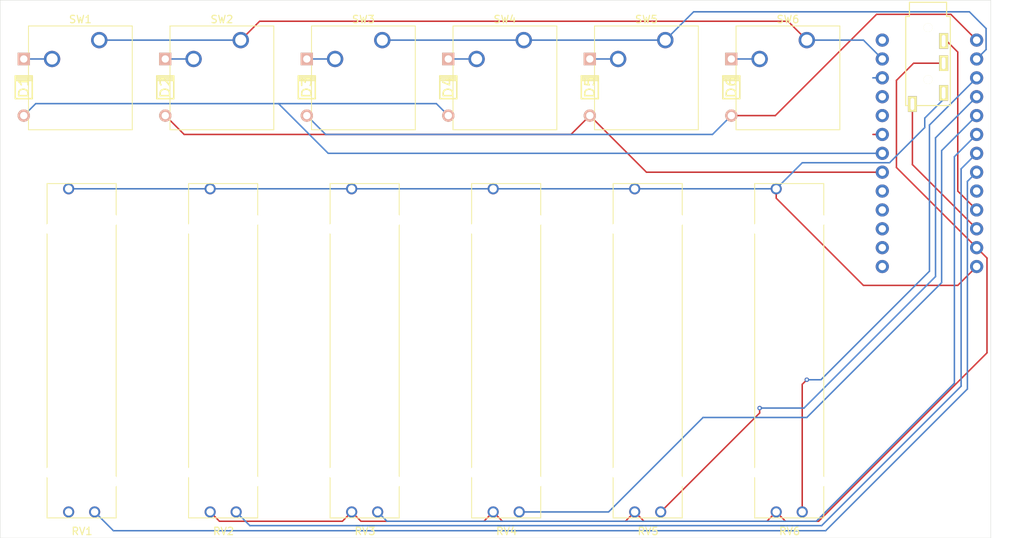
<source format=kicad_pcb>
(kicad_pcb (version 20221018) (generator pcbnew)
  (layers (0 "F.Cu" signal) (31 "B.Cu" signal) (34 "B.Paste" user) (35 "F.Paste" user) (36 "B.SilkS" user "B.Silkscreen") (37 "F.SilkS" user "F.Silkscreen") (38 "B.Mask" user) (39 "F.Mask" user) (44 "Edge.Cuts" user))
  (net 0 "")
  (net 1 "GND")
  (net 2 "potA")
  (net 3 "VCC")
  (net 4 "potB")
  (net 5 "potC")
  (net 6 "potD")
  (net 7 "potE")
  (net 8 "potF")
  (net 9 "r2")
  (net 10 "Net-(D1-A)")
  (net 11 "r3")
  (net 12 "Net-(D2-A)")
  (net 13 "r4")
  (net 14 "Net-(D3-A)")
  (net 15 "Net-(D4-A)")
  (net 16 "Net-(D5-A)")
  (net 17 "Net-(D6-A)")
  (net 18 "r0")
  (net 19 "r1")
  (net 20 "SCL")
  (net 21 "SDA")
  (net 22 "c4")
  (net 23 "c1")
  (net 24 "c0")
  (net 25 "c2")
  (net 26 "c3")
  (footprint "Library:potentiometer_slider_45mm" (layer "F.Cu") (at 110.625 124.3 90)
    (fp_text reference "RV2" (at -1.8 -6.9) (layer "F.SilkS"))
    (fp_text value "R_POT")
    (fp_line (start 0 -11.6) (end 45 -11.6) (stroke (width 0.12)) (layer "F.SilkS"))
    (fp_line (start 0 -2.3) (end 0 -11.6) (stroke (width 0.12)) (layer "F.SilkS"))
    (fp_line (start 45 -11.6) (end 45 -2.3) (stroke (width 0.12)) (layer "F.SilkS"))
    (fp_line (start 45 -2.3) (end 0 -2.3) (stroke (width 0.12)) (layer "F.SilkS"))
    (pad "" np_thru_hole circle (at 4.9 -2.7 90) (size 1.5 1.5) (drill 1.5) (layers "*.Cu" "*.Mask"))
    (pad "" np_thru_hole circle (at 6.1 -11.2 90) (size 1.5 1.5) (drill 1.5) (layers "*.Cu" "*.Mask"))
    (pad "" np_thru_hole circle (at 38.9 -11.2 90) (size 1.5 1.5) (drill 1.5) (layers "*.Cu" "*.Mask"))
    (pad "" np_thru_hole circle (at 40.1 -2.7 90) (size 1.5 1.5) (drill 1.5) (layers "*.Cu" "*.Mask"))
    (pad "1" thru_hole circle (at 0.8 -8.7 90) (size 1.5 1.5) (drill 1) (layers "*.Cu" "*.Mask") (net 1 "GND"))
    (pad "2" thru_hole circle (at 0.8 -5.2 90) (size 1.5 1.5) (drill 1) (layers "*.Cu" "*.Mask") (net 4 "potB"))
    (pad "3" thru_hole circle (at 44.3 -8.7 90) (size 1.5 1.5) (drill 1) (layers "*.Cu" "*.Mask") (net 3 "VCC"))
  )
  (footprint "Button_Switch_Keyboard:SW_Cherry_MX_1.00u_PCB" (layer "F.Cu") (at 106.045 59.985)
    (fp_text reference "SW2" (at -2.54 -2.794) (layer "F.SilkS"))
    (fp_text value "KEYSW")
    (fp_line (start -9.525 -1.905) (end 4.445 -1.905) (stroke (width 0.12)) (layer "F.SilkS"))
    (fp_line (start -9.525 12.065) (end -9.525 -1.905) (stroke (width 0.12)) (layer "F.SilkS"))
    (fp_line (start 4.445 -1.905) (end 4.445 12.065) (stroke (width 0.12)) (layer "F.SilkS"))
    (fp_line (start 4.445 12.065) (end -9.525 12.065) (stroke (width 0.12)) (layer "F.SilkS"))
    (pad "" np_thru_hole circle (at -7.62 5.08) (size 1.7 1.7) (drill 1.7) (layers "*.Cu" "*.Mask"))
    (pad "" np_thru_hole circle (at -2.54 5.08) (size 4 4) (drill 4) (layers "*.Cu" "*.Mask"))
    (pad "" np_thru_hole circle (at 2.54 5.08) (size 1.7 1.7) (drill 1.7) (layers "*.Cu" "*.Mask"))
    (pad "1" thru_hole circle (at 0 0) (size 2.2 2.2) (drill 1.5) (layers "*.Cu" "*.Mask") (net 23 "c1"))
    (pad "2" thru_hole circle (at -6.35 2.54) (size 2.2 2.2) (drill 1.5) (layers "*.Cu" "*.Mask") (net 12 "Net-(D2-A)"))
  )
  (footprint "Button_Switch_Keyboard:SW_Cherry_MX_1.00u_PCB" (layer "F.Cu") (at 86.995 59.985)
    (fp_text reference "SW1" (at -2.54 -2.794) (layer "F.SilkS"))
    (fp_text value "KEYSW")
    (fp_line (start -9.525 -1.905) (end 4.445 -1.905) (stroke (width 0.12)) (layer "F.SilkS"))
    (fp_line (start -9.525 12.065) (end -9.525 -1.905) (stroke (width 0.12)) (layer "F.SilkS"))
    (fp_line (start 4.445 -1.905) (end 4.445 12.065) (stroke (width 0.12)) (layer "F.SilkS"))
    (fp_line (start 4.445 12.065) (end -9.525 12.065) (stroke (width 0.12)) (layer "F.SilkS"))
    (pad "" np_thru_hole circle (at -7.62 5.08) (size 1.7 1.7) (drill 1.7) (layers "*.Cu" "*.Mask"))
    (pad "" np_thru_hole circle (at -2.54 5.08) (size 4 4) (drill 4) (layers "*.Cu" "*.Mask"))
    (pad "" np_thru_hole circle (at 2.54 5.08) (size 1.7 1.7) (drill 1.7) (layers "*.Cu" "*.Mask"))
    (pad "1" thru_hole circle (at 0 0) (size 2.2 2.2) (drill 1.5) (layers "*.Cu" "*.Mask") (net 23 "c1"))
    (pad "2" thru_hole circle (at -6.35 2.54) (size 2.2 2.2) (drill 1.5) (layers "*.Cu" "*.Mask") (net 10 "Net-(D1-A)"))
  )
  (footprint "1X08_ROUND_70" (layer "F.Cu") (at 192.405 68.875 -90)
    (fp_text reference "JP6" hide)
    (fp_text value "")
    (pad "1" thru_hole circle (at -8.89 0) (size 1.778 1.778) (drill 1) (layers "*.Cu" "*.Mask") (net 24 "c0"))
    (pad "2" thru_hole circle (at -6.35 0) (size 1.778 1.778) (drill 1) (layers "*.Cu" "*.Mask") (net 23 "c1"))
    (pad "3" thru_hole circle (at -3.81 0) (size 1.778 1.778) (drill 1) (layers "*.Cu" "*.Mask") (net 25 "c2"))
    (pad "4" thru_hole circle (at -1.27 0) (size 1.778 1.778) (drill 1) (layers "*.Cu" "*.Mask") (net 26 "c3"))
    (pad "5" thru_hole circle (at 1.27 0) (size 1.778 1.778) (drill 1) (layers "*.Cu" "*.Mask") (net 18 "r0"))
    (pad "6" thru_hole circle (at 3.81 0) (size 1.778 1.778) (drill 1) (layers "*.Cu" "*.Mask") (net 19 "r1"))
    (pad "7" thru_hole circle (at 6.35 0) (size 1.778 1.778) (drill 1) (layers "*.Cu" "*.Mask") (net 9 "r2"))
    (pad "8" thru_hole circle (at 8.89 0) (size 1.778 1.778) (drill 1) (layers "*.Cu" "*.Mask") (net 11 "r3"))
  )
  (footprint "Library:Diode" (layer "F.Cu") (at 133.985 66.335 90)
    (fp_text reference "D4" (at 0 0 90) (layer "F.SilkS") (effects (font (size 1.27 1.524) (thickness 0.2032))))
    (fp_text value "D_Small" hide)
    (fp_line (start -1.524 -1.143) (end 1.524 -1.143) (stroke (width 0.2032)) (layer "F.SilkS"))
    (fp_line (start -1.524 1.143) (end -1.524 -1.143) (stroke (width 0.2032)) (layer "F.SilkS"))
    (fp_line (start 0.9 1.1) (end 0.9 -1.1) (stroke (width 0.15)) (layer "F.SilkS"))
    (fp_line (start 1.1 -1.1) (end 1.1 1.1) (stroke (width 0.15)) (layer "F.SilkS"))
    (fp_line (start 1.3 -1.1) (end 1.3 -1) (stroke (width 0.15)) (layer "F.SilkS"))
    (fp_line (start 1.3 -1) (end 1.3 -1.1) (stroke (width 0.15)) (layer "F.SilkS"))
    (fp_line (start 1.3 1.1) (end 1.3 -1) (stroke (width 0.15)) (layer "F.SilkS"))
    (fp_line (start 1.524 -1.143) (end 1.524 1.143) (stroke (width 0.2032)) (layer "F.SilkS"))
    (fp_line (start 1.524 1.143) (end -1.524 1.143) (stroke (width 0.2032)) (layer "F.SilkS"))
    (pad "1" thru_hole circle (at -3.81 0 90) (size 1.651 1.651) (drill 0.9906) (layers "*.Cu" "*.SilkS" "*.Mask") (net 9 "r2"))
    (pad "2" thru_hole rect (at 3.81 0 90) (size 1.651 1.651) (drill 0.9906) (layers "*.Cu" "*.SilkS" "*.Mask") (net 15 "Net-(D4-A)"))
  )
  (footprint "Button_Switch_Keyboard:SW_Cherry_MX_1.00u_PCB" (layer "F.Cu") (at 163.195 59.985)
    (fp_text reference "SW5" (at -2.54 -2.794) (layer "F.SilkS"))
    (fp_text value "KEYSW")
    (fp_line (start -9.525 -1.905) (end 4.445 -1.905) (stroke (width 0.12)) (layer "F.SilkS"))
    (fp_line (start -9.525 12.065) (end -9.525 -1.905) (stroke (width 0.12)) (layer "F.SilkS"))
    (fp_line (start 4.445 -1.905) (end 4.445 12.065) (stroke (width 0.12)) (layer "F.SilkS"))
    (fp_line (start 4.445 12.065) (end -9.525 12.065) (stroke (width 0.12)) (layer "F.SilkS"))
    (pad "" np_thru_hole circle (at -7.62 5.08) (size 1.7 1.7) (drill 1.7) (layers "*.Cu" "*.Mask"))
    (pad "" np_thru_hole circle (at -2.54 5.08) (size 4 4) (drill 4) (layers "*.Cu" "*.Mask"))
    (pad "" np_thru_hole circle (at 2.54 5.08) (size 1.7 1.7) (drill 1.7) (layers "*.Cu" "*.Mask"))
    (pad "1" thru_hole circle (at 0 0) (size 2.2 2.2) (drill 1.5) (layers "*.Cu" "*.Mask") (net 22 "c4"))
    (pad "2" thru_hole circle (at -6.35 2.54) (size 2.2 2.2) (drill 1.5) (layers "*.Cu" "*.Mask") (net 16 "Net-(D5-A)"))
  )
  (footprint "Library:Diode" (layer "F.Cu") (at 95.885 66.335 90)
    (fp_text reference "D2" (at 0 0 90) (layer "F.SilkS") (effects (font (size 1.27 1.524) (thickness 0.2032))))
    (fp_text value "D_Small" hide)
    (fp_line (start -1.524 -1.143) (end 1.524 -1.143) (stroke (width 0.2032)) (layer "F.SilkS"))
    (fp_line (start -1.524 1.143) (end -1.524 -1.143) (stroke (width 0.2032)) (layer "F.SilkS"))
    (fp_line (start 0.9 1.1) (end 0.9 -1.1) (stroke (width 0.15)) (layer "F.SilkS"))
    (fp_line (start 1.1 -1.1) (end 1.1 1.1) (stroke (width 0.15)) (layer "F.SilkS"))
    (fp_line (start 1.3 -1.1) (end 1.3 -1) (stroke (width 0.15)) (layer "F.SilkS"))
    (fp_line (start 1.3 -1) (end 1.3 -1.1) (stroke (width 0.15)) (layer "F.SilkS"))
    (fp_line (start 1.3 1.1) (end 1.3 -1) (stroke (width 0.15)) (layer "F.SilkS"))
    (fp_line (start 1.524 -1.143) (end 1.524 1.143) (stroke (width 0.2032)) (layer "F.SilkS"))
    (fp_line (start 1.524 1.143) (end -1.524 1.143) (stroke (width 0.2032)) (layer "F.SilkS"))
    (pad "1" thru_hole circle (at -3.81 0 90) (size 1.651 1.651) (drill 0.9906) (layers "*.Cu" "*.SilkS" "*.Mask") (net 11 "r3"))
    (pad "2" thru_hole rect (at 3.81 0 90) (size 1.651 1.651) (drill 0.9906) (layers "*.Cu" "*.SilkS" "*.Mask") (net 12 "Net-(D2-A)"))
  )
  (footprint "Library:TRRS" (layer "F.Cu") (at 198.56 56.7925)
    (fp_text reference "J2" hide)
    (fp_text value "4PIN" hide)
    (fp_line (start -3 0) (end -2.5 0) (stroke (width 0.15)) (layer "F.SilkS"))
    (fp_line (start -3 12) (end -3 0) (stroke (width 0.15)) (layer "F.SilkS"))
    (fp_line (start -2.5 -1.9) (end 2.5 -1.9) (stroke (width 0.15)) (layer "F.SilkS"))
    (fp_line (start -2.5 0) (end -2.5 -1.9) (stroke (width 0.15)) (layer "F.SilkS"))
    (fp_line (start 2.5 0) (end 2.5 -1.9) (stroke (width 0.15)) (layer "F.SilkS"))
    (fp_line (start 3 0) (end 2.5 0) (stroke (width 0.15)) (layer "F.SilkS"))
    (fp_line (start 3 0) (end 3 12) (stroke (width 0.15)) (layer "F.SilkS"))
    (fp_line (start 3 12) (end -3 12) (stroke (width 0.15)) (layer "F.SilkS"))
    (pad "" np_thru_hole circle (at 0 1.5) (size 1.2 1.2) (drill 1.2) (layers "*.Cu" "*.Mask" "F.SilkS"))
    (pad "" np_thru_hole circle (at 0 8.5) (size 1.2 1.2) (drill 1.2) (layers "*.Cu" "*.Mask" "F.SilkS"))
    (pad "1" thru_hole rect (at 2.1 10.3) (size 1.2 2.1) (drill oval 0.5 1.6) (layers "*.Cu" "*.Mask" "F.SilkS") (net 3 "VCC") (clearance 0.15))
    (pad "2" thru_hole rect (at 2.1 6.3) (size 1.2 2.1) (drill oval 0.5 1.6) (layers "*.Cu" "*.Mask" "F.SilkS") (net 1 "GND") (clearance 0.15))
    (pad "3" thru_hole rect (at 2.1 3.3) (size 1.2 2.1) (drill oval 0.5 1.6) (layers "*.Cu" "*.Mask" "F.SilkS") (net 21 "SDA") (clearance 0.15))
    (pad "4" thru_hole rect (at -2.1 11.8) (size 1.2 2.1) (drill oval 0.5 1.6) (layers "*.Cu" "*.Mask" "F.SilkS") (net 20 "SCL") (clearance 0.15))
  )
  (footprint "Library:potentiometer_slider_45mm" (layer "F.Cu") (at 148.725 124.3 90)
    (fp_text reference "RV4" (at -1.8 -6.9) (layer "F.SilkS"))
    (fp_text value "R_POT")
    (fp_line (start 0 -11.6) (end 45 -11.6) (stroke (width 0.12)) (layer "F.SilkS"))
    (fp_line (start 0 -2.3) (end 0 -11.6) (stroke (width 0.12)) (layer "F.SilkS"))
    (fp_line (start 45 -11.6) (end 45 -2.3) (stroke (width 0.12)) (layer "F.SilkS"))
    (fp_line (start 45 -2.3) (end 0 -2.3) (stroke (width 0.12)) (layer "F.SilkS"))
    (pad "" np_thru_hole circle (at 4.9 -2.7 90) (size 1.5 1.5) (drill 1.5) (layers "*.Cu" "*.Mask"))
    (pad "" np_thru_hole circle (at 6.1 -11.2 90) (size 1.5 1.5) (drill 1.5) (layers "*.Cu" "*.Mask"))
    (pad "" np_thru_hole circle (at 38.9 -11.2 90) (size 1.5 1.5) (drill 1.5) (layers "*.Cu" "*.Mask"))
    (pad "" np_thru_hole circle (at 40.1 -2.7 90) (size 1.5 1.5) (drill 1.5) (layers "*.Cu" "*.Mask"))
    (pad "1" thru_hole circle (at 0.8 -8.7 90) (size 1.5 1.5) (drill 1) (layers "*.Cu" "*.Mask") (net 1 "GND"))
    (pad "2" thru_hole circle (at 0.8 -5.2 90) (size 1.5 1.5) (drill 1) (layers "*.Cu" "*.Mask") (net 6 "potD"))
    (pad "3" thru_hole circle (at 44.3 -8.7 90) (size 1.5 1.5) (drill 1) (layers "*.Cu" "*.Mask") (net 3 "VCC"))
  )
  (footprint "Library:Diode" (layer "F.Cu") (at 153.035 66.335 90)
    (fp_text reference "D5" (at 0 0 90) (layer "F.SilkS") (effects (font (size 1.27 1.524) (thickness 0.2032))))
    (fp_text value "D_Small" hide)
    (fp_line (start -1.524 -1.143) (end 1.524 -1.143) (stroke (width 0.2032)) (layer "F.SilkS"))
    (fp_line (start -1.524 1.143) (end -1.524 -1.143) (stroke (width 0.2032)) (layer "F.SilkS"))
    (fp_line (start 0.9 1.1) (end 0.9 -1.1) (stroke (width 0.15)) (layer "F.SilkS"))
    (fp_line (start 1.1 -1.1) (end 1.1 1.1) (stroke (width 0.15)) (layer "F.SilkS"))
    (fp_line (start 1.3 -1.1) (end 1.3 -1) (stroke (width 0.15)) (layer "F.SilkS"))
    (fp_line (start 1.3 -1) (end 1.3 -1.1) (stroke (width 0.15)) (layer "F.SilkS"))
    (fp_line (start 1.3 1.1) (end 1.3 -1) (stroke (width 0.15)) (layer "F.SilkS"))
    (fp_line (start 1.524 -1.143) (end 1.524 1.143) (stroke (width 0.2032)) (layer "F.SilkS"))
    (fp_line (start 1.524 1.143) (end -1.524 1.143) (stroke (width 0.2032)) (layer "F.SilkS"))
    (pad "1" thru_hole circle (at -3.81 0 90) (size 1.651 1.651) (drill 0.9906) (layers "*.Cu" "*.SilkS" "*.Mask") (net 11 "r3"))
    (pad "2" thru_hole rect (at 3.81 0 90) (size 1.651 1.651) (drill 0.9906) (layers "*.Cu" "*.SilkS" "*.Mask") (net 16 "Net-(D5-A)"))
  )
  (footprint "Library:potentiometer_slider_45mm" (layer "F.Cu") (at 91.575 124.3 90)
    (fp_text reference "RV1" (at -1.8 -6.9) (layer "F.SilkS"))
    (fp_text value "R_POT")
    (fp_line (start 0 -11.6) (end 45 -11.6) (stroke (width 0.12)) (layer "F.SilkS"))
    (fp_line (start 0 -2.3) (end 0 -11.6) (stroke (width 0.12)) (layer "F.SilkS"))
    (fp_line (start 45 -11.6) (end 45 -2.3) (stroke (width 0.12)) (layer "F.SilkS"))
    (fp_line (start 45 -2.3) (end 0 -2.3) (stroke (width 0.12)) (layer "F.SilkS"))
    (pad "" np_thru_hole circle (at 4.9 -2.7 90) (size 1.5 1.5) (drill 1.5) (layers "*.Cu" "*.Mask"))
    (pad "" np_thru_hole circle (at 6.1 -11.2 90) (size 1.5 1.5) (drill 1.5) (layers "*.Cu" "*.Mask"))
    (pad "" np_thru_hole circle (at 38.9 -11.2 90) (size 1.5 1.5) (drill 1.5) (layers "*.Cu" "*.Mask"))
    (pad "" np_thru_hole circle (at 40.1 -2.7 90) (size 1.5 1.5) (drill 1.5) (layers "*.Cu" "*.Mask"))
    (pad "1" thru_hole circle (at 0.8 -8.7 90) (size 1.5 1.5) (drill 1) (layers "*.Cu" "*.Mask") (net 1 "GND"))
    (pad "2" thru_hole circle (at 0.8 -5.2 90) (size 1.5 1.5) (drill 1) (layers "*.Cu" "*.Mask") (net 2 "potA"))
    (pad "3" thru_hole circle (at 44.3 -8.7 90) (size 1.5 1.5) (drill 1) (layers "*.Cu" "*.Mask") (net 3 "VCC"))
  )
  (footprint "Library:Diode" (layer "F.Cu") (at 114.935 66.335 90)
    (fp_text reference "D3" (at 0 0 90) (layer "F.SilkS") (effects (font (size 1.27 1.524) (thickness 0.2032))))
    (fp_text value "D_Small" hide)
    (fp_line (start -1.524 -1.143) (end 1.524 -1.143) (stroke (width 0.2032)) (layer "F.SilkS"))
    (fp_line (start -1.524 1.143) (end -1.524 -1.143) (stroke (width 0.2032)) (layer "F.SilkS"))
    (fp_line (start 0.9 1.1) (end 0.9 -1.1) (stroke (width 0.15)) (layer "F.SilkS"))
    (fp_line (start 1.1 -1.1) (end 1.1 1.1) (stroke (width 0.15)) (layer "F.SilkS"))
    (fp_line (start 1.3 -1.1) (end 1.3 -1) (stroke (width 0.15)) (layer "F.SilkS"))
    (fp_line (start 1.3 -1) (end 1.3 -1.1) (stroke (width 0.15)) (layer "F.SilkS"))
    (fp_line (start 1.3 1.1) (end 1.3 -1) (stroke (width 0.15)) (layer "F.SilkS"))
    (fp_line (start 1.524 -1.143) (end 1.524 1.143) (stroke (width 0.2032)) (layer "F.SilkS"))
    (fp_line (start 1.524 1.143) (end -1.524 1.143) (stroke (width 0.2032)) (layer "F.SilkS"))
    (pad "1" thru_hole circle (at -3.81 0 90) (size 1.651 1.651) (drill 0.9906) (layers "*.Cu" "*.SilkS" "*.Mask") (net 13 "r4"))
    (pad "2" thru_hole rect (at 3.81 0 90) (size 1.651 1.651) (drill 0.9906) (layers "*.Cu" "*.SilkS" "*.Mask") (net 14 "Net-(D3-A)"))
  )
  (footprint "Library:Diode" (layer "F.Cu") (at 76.835 66.335 90)
    (fp_text reference "D1" (at 0 0 90) (layer "F.SilkS") (effects (font (size 1.27 1.524) (thickness 0.2032))))
    (fp_text value "D_Small" hide)
    (fp_line (start -1.524 -1.143) (end 1.524 -1.143) (stroke (width 0.2032)) (layer "F.SilkS"))
    (fp_line (start -1.524 1.143) (end -1.524 -1.143) (stroke (width 0.2032)) (layer "F.SilkS"))
    (fp_line (start 0.9 1.1) (end 0.9 -1.1) (stroke (width 0.15)) (layer "F.SilkS"))
    (fp_line (start 1.1 -1.1) (end 1.1 1.1) (stroke (width 0.15)) (layer "F.SilkS"))
    (fp_line (start 1.3 -1.1) (end 1.3 -1) (stroke (width 0.15)) (layer "F.SilkS"))
    (fp_line (start 1.3 -1) (end 1.3 -1.1) (stroke (width 0.15)) (layer "F.SilkS"))
    (fp_line (start 1.3 1.1) (end 1.3 -1) (stroke (width 0.15)) (layer "F.SilkS"))
    (fp_line (start 1.524 -1.143) (end 1.524 1.143) (stroke (width 0.2032)) (layer "F.SilkS"))
    (fp_line (start 1.524 1.143) (end -1.524 1.143) (stroke (width 0.2032)) (layer "F.SilkS"))
    (pad "1" thru_hole circle (at -3.81 0 90) (size 1.651 1.651) (drill 0.9906) (layers "*.Cu" "*.SilkS" "*.Mask") (net 9 "r2"))
    (pad "2" thru_hole rect (at 3.81 0 90) (size 1.651 1.651) (drill 0.9906) (layers "*.Cu" "*.SilkS" "*.Mask") (net 10 "Net-(D1-A)"))
  )
  (footprint "1X05_ROUND_70" (layer "F.Cu") (at 205.105 85.385 90)
    (fp_text reference "JP5" hide)
    (fp_text value "")
    (pad "1" thru_hole circle (at -5.08 0 180) (size 1.778 1.778) (drill 1) (layers "*.Cu" "*.Mask") (net 3 "VCC"))
    (pad "2" thru_hole circle (at -2.54 0 180) (size 1.778 1.778) (drill 1) (layers "*.Cu" "*.Mask") (net 1 "GND"))
    (pad "3" thru_hole circle (at 0 0 180) (size 1.778 1.778) (drill 1) (layers "*.Cu" "*.Mask") (net 20 "SCL"))
    (pad "4" thru_hole circle (at 2.54 0 180) (size 1.778 1.778) (drill 1) (layers "*.Cu" "*.Mask") (net 21 "SDA"))
    (pad "5" thru_hole circle (at 5.08 0 180) (size 1.778 1.778) (drill 1) (layers "*.Cu" "*.Mask"))
  )
  (footprint "Button_Switch_Keyboard:SW_Cherry_MX_1.00u_PCB" (layer "F.Cu") (at 125.095 59.985)
    (fp_text reference "SW3" (at -2.54 -2.794) (layer "F.SilkS"))
    (fp_text value "KEYSW")
    (fp_line (start -9.525 -1.905) (end 4.445 -1.905) (stroke (width 0.12)) (layer "F.SilkS"))
    (fp_line (start -9.525 12.065) (end -9.525 -1.905) (stroke (width 0.12)) (layer "F.SilkS"))
    (fp_line (start 4.445 -1.905) (end 4.445 12.065) (stroke (width 0.12)) (layer "F.SilkS"))
    (fp_line (start 4.445 12.065) (end -9.525 12.065) (stroke (width 0.12)) (layer "F.SilkS"))
    (pad "" np_thru_hole circle (at -7.62 5.08) (size 1.7 1.7) (drill 1.7) (layers "*.Cu" "*.Mask"))
    (pad "" np_thru_hole circle (at -2.54 5.08) (size 4 4) (drill 4) (layers "*.Cu" "*.Mask"))
    (pad "" np_thru_hole circle (at 2.54 5.08) (size 1.7 1.7) (drill 1.7) (layers "*.Cu" "*.Mask"))
    (pad "1" thru_hole circle (at 0 0) (size 2.2 2.2) (drill 1.5) (layers "*.Cu" "*.Mask") (net 22 "c4"))
    (pad "2" thru_hole circle (at -6.35 2.54) (size 2.2 2.2) (drill 1.5) (layers "*.Cu" "*.Mask") (net 14 "Net-(D3-A)"))
  )
  (footprint "Library:potentiometer_slider_45mm" (layer "F.Cu") (at 129.675 124.3 90)
    (fp_text reference "RV3" (at -1.8 -6.9) (layer "F.SilkS"))
    (fp_text value "R_POT")
    (fp_line (start 0 -11.6) (end 45 -11.6) (stroke (width 0.12)) (layer "F.SilkS"))
    (fp_line (start 0 -2.3) (end 0 -11.6) (stroke (width 0.12)) (layer "F.SilkS"))
    (fp_line (start 45 -11.6) (end 45 -2.3) (stroke (width 0.12)) (layer "F.SilkS"))
    (fp_line (start 45 -2.3) (end 0 -2.3) (stroke (width 0.12)) (layer "F.SilkS"))
    (pad "" np_thru_hole circle (at 4.9 -2.7 90) (size 1.5 1.5) (drill 1.5) (layers "*.Cu" "*.Mask"))
    (pad "" np_thru_hole circle (at 6.1 -11.2 90) (size 1.5 1.5) (drill 1.5) (layers "*.Cu" "*.Mask"))
    (pad "" np_thru_hole circle (at 38.9 -11.2 90) (size 1.5 1.5) (drill 1.5) (layers "*.Cu" "*.Mask"))
    (pad "" np_thru_hole circle (at 40.1 -2.7 90) (size 1.5 1.5) (drill 1.5) (layers "*.Cu" "*.Mask"))
    (pad "1" thru_hole circle (at 0.8 -8.7 90) (size 1.5 1.5) (drill 1) (layers "*.Cu" "*.Mask") (net 1 "GND"))
    (pad "2" thru_hole circle (at 0.8 -5.2 90) (size 1.5 1.5) (drill 1) (layers "*.Cu" "*.Mask") (net 5 "potC"))
    (pad "3" thru_hole circle (at 44.3 -8.7 90) (size 1.5 1.5) (drill 1) (layers "*.Cu" "*.Mask") (net 3 "VCC"))
  )
  (footprint "Library:Diode" (layer "F.Cu") (at 172.085 66.335 90)
    (fp_text reference "D6" (at 0 0 90) (layer "F.SilkS") (effects (font (size 1.27 1.524) (thickness 0.2032))))
    (fp_text value "D_Small" hide)
    (fp_line (start -1.524 -1.143) (end 1.524 -1.143) (stroke (width 0.2032)) (layer "F.SilkS"))
    (fp_line (start -1.524 1.143) (end -1.524 -1.143) (stroke (width 0.2032)) (layer "F.SilkS"))
    (fp_line (start 0.9 1.1) (end 0.9 -1.1) (stroke (width 0.15)) (layer "F.SilkS"))
    (fp_line (start 1.1 -1.1) (end 1.1 1.1) (stroke (width 0.15)) (layer "F.SilkS"))
    (fp_line (start 1.3 -1.1) (end 1.3 -1) (stroke (width 0.15)) (layer "F.SilkS"))
    (fp_line (start 1.3 -1) (end 1.3 -1.1) (stroke (width 0.15)) (layer "F.SilkS"))
    (fp_line (start 1.3 1.1) (end 1.3 -1) (stroke (width 0.15)) (layer "F.SilkS"))
    (fp_line (start 1.524 -1.143) (end 1.524 1.143) (stroke (width 0.2032)) (layer "F.SilkS"))
    (fp_line (start 1.524 1.143) (end -1.524 1.143) (stroke (width 0.2032)) (layer "F.SilkS"))
    (pad "1" thru_hole circle (at -3.81 0 90) (size 1.651 1.651) (drill 0.9906) (layers "*.Cu" "*.SilkS" "*.Mask") (net 13 "r4"))
    (pad "2" thru_hole rect (at 3.81 0 90) (size 1.651 1.651) (drill 0.9906) (layers "*.Cu" "*.SilkS" "*.Mask") (net 17 "Net-(D6-A)"))
  )
  (footprint "1X05_ROUND_70" (layer "F.Cu") (at 192.405 85.385 90)
    (fp_text reference "JP1" hide)
    (fp_text value "" hide)
    (pad "1" thru_hole circle (at -5.08 0 180) (size 1.778 1.778) (drill 1) (layers "*.Cu" "*.Mask"))
    (pad "2" thru_hole circle (at -2.54 0 180) (size 1.778 1.778) (drill 1) (layers "*.Cu" "*.Mask"))
    (pad "3" thru_hole circle (at 0 0 180) (size 1.778 1.778) (drill 1) (layers "*.Cu" "*.Mask"))
    (pad "4" thru_hole circle (at 2.54 0 180) (size 1.778 1.778) (drill 1) (layers "*.Cu" "*.Mask"))
    (pad "5" thru_hole circle (at 5.08 0 180) (size 1.778 1.778) (drill 1) (layers "*.Cu" "*.Mask"))
  )
  (footprint "Library:potentiometer_slider_45mm" (layer "F.Cu") (at 167.775 124.3 90)
    (fp_text reference "RV5" (at -1.8 -6.9) (layer "F.SilkS"))
    (fp_text value "R_POT")
    (fp_line (start 0 -11.6) (end 45 -11.6) (stroke (width 0.12)) (layer "F.SilkS"))
    (fp_line (start 0 -2.3) (end 0 -11.6) (stroke (width 0.12)) (layer "F.SilkS"))
    (fp_line (start 45 -11.6) (end 45 -2.3) (stroke (width 0.12)) (layer "F.SilkS"))
    (fp_line (start 45 -2.3) (end 0 -2.3) (stroke (width 0.12)) (layer "F.SilkS"))
    (pad "" np_thru_hole circle (at 4.9 -2.7 90) (size 1.5 1.5) (drill 1.5) (layers "*.Cu" "*.Mask"))
    (pad "" np_thru_hole circle (at 6.1 -11.2 90) (size 1.5 1.5) (drill 1.5) (layers "*.Cu" "*.Mask"))
    (pad "" np_thru_hole circle (at 38.9 -11.2 90) (size 1.5 1.5) (drill 1.5) (layers "*.Cu" "*.Mask"))
    (pad "" np_thru_hole circle (at 40.1 -2.7 90) (size 1.5 1.5) (drill 1.5) (layers "*.Cu" "*.Mask"))
    (pad "1" thru_hole circle (at 0.8 -8.7 90) (size 1.5 1.5) (drill 1) (layers "*.Cu" "*.Mask") (net 1 "GND"))
    (pad "2" thru_hole circle (at 0.8 -5.2 90) (size 1.5 1.5) (drill 1) (layers "*.Cu" "*.Mask") (net 7 "potE"))
    (pad "3" thru_hole circle (at 44.3 -8.7 90) (size 1.5 1.5) (drill 1) (layers "*.Cu" "*.Mask") (net 3 "VCC"))
  )
  (footprint "Button_Switch_Keyboard:SW_Cherry_MX_1.00u_PCB" (layer "F.Cu") (at 144.145 59.985)
    (fp_text reference "SW4" (at -2.54 -2.794) (layer "F.SilkS"))
    (fp_text value "KEYSW")
    (fp_line (start -9.525 -1.905) (end 4.445 -1.905) (stroke (width 0.12)) (layer "F.SilkS"))
    (fp_line (start -9.525 12.065) (end -9.525 -1.905) (stroke (width 0.12)) (layer "F.SilkS"))
    (fp_line (start 4.445 -1.905) (end 4.445 12.065) (stroke (width 0.12)) (layer "F.SilkS"))
    (fp_line (start 4.445 12.065) (end -9.525 12.065) (stroke (width 0.12)) (layer "F.SilkS"))
    (pad "" np_thru_hole circle (at -7.62 5.08) (size 1.7 1.7) (drill 1.7) (layers "*.Cu" "*.Mask"))
    (pad "" np_thru_hole circle (at -2.54 5.08) (size 4 4) (drill 4) (layers "*.Cu" "*.Mask"))
    (pad "" np_thru_hole circle (at 2.54 5.08) (size 1.7 1.7) (drill 1.7) (layers "*.Cu" "*.Mask"))
    (pad "1" thru_hole circle (at 0 0) (size 2.2 2.2) (drill 1.5) (layers "*.Cu" "*.Mask") (net 22 "c4"))
    (pad "2" thru_hole circle (at -6.35 2.54) (size 2.2 2.2) (drill 1.5) (layers "*.Cu" "*.Mask") (net 15 "Net-(D4-A)"))
  )
  (footprint "Library:potentiometer_slider_45mm" (layer "F.Cu") (at 186.825 124.3 90)
    (fp_text reference "RV6" (at -1.8 -6.9) (layer "F.SilkS"))
    (fp_text value "R_POT")
    (fp_line (start 0 -11.6) (end 45 -11.6) (stroke (width 0.12)) (layer "F.SilkS"))
    (fp_line (start 0 -2.3) (end 0 -11.6) (stroke (width 0.12)) (layer "F.SilkS"))
    (fp_line (start 45 -11.6) (end 45 -2.3) (stroke (width 0.12)) (layer "F.SilkS"))
    (fp_line (start 45 -2.3) (end 0 -2.3) (stroke (width 0.12)) (layer "F.SilkS"))
    (pad "" np_thru_hole circle (at 4.9 -2.7 90) (size 1.5 1.5) (drill 1.5) (layers "*.Cu" "*.Mask"))
    (pad "" np_thru_hole circle (at 6.1 -11.2 90) (size 1.5 1.5) (drill 1.5) (layers "*.Cu" "*.Mask"))
    (pad "" np_thru_hole circle (at 38.9 -11.2 90) (size 1.5 1.5) (drill 1.5) (layers "*.Cu" "*.Mask"))
    (pad "" np_thru_hole circle (at 40.1 -2.7 90) (size 1.5 1.5) (drill 1.5) (layers "*.Cu" "*.Mask"))
    (pad "1" thru_hole circle (at 0.8 -8.7 90) (size 1.5 1.5) (drill 1) (layers "*.Cu" "*.Mask") (net 1 "GND"))
    (pad "2" thru_hole circle (at 0.8 -5.2 90) (size 1.5 1.5) (drill 1) (layers "*.Cu" "*.Mask") (net 8 "potF"))
    (pad "3" thru_hole circle (at 44.3 -8.7 90) (size 1.5 1.5) (drill 1) (layers "*.Cu" "*.Mask") (net 3 "VCC"))
  )
  (footprint "1X08_ROUND_70" (layer "F.Cu") (at 205.105 68.875 90)
    (fp_text reference "JP2" hide)
    (fp_text value "")
    (pad "1" thru_hole circle (at -8.89 0 180) (size 1.778 1.778) (drill 1) (layers "*.Cu" "*.Mask") (net 2 "potA"))
    (pad "2" thru_hole circle (at -6.35 0 180) (size 1.778 1.778) (drill 1) (layers "*.Cu" "*.Mask") (net 4 "potB"))
    (pad "3" thru_hole circle (at -3.81 0 180) (size 1.778 1.778) (drill 1) (layers "*.Cu" "*.Mask") (net 5 "potC"))
    (pad "4" thru_hole circle (at -1.27 0 180) (size 1.778 1.778) (drill 1) (layers "*.Cu" "*.Mask") (net 6 "potD"))
    (pad "5" thru_hole circle (at 1.27 0 180) (size 1.778 1.778) (drill 1) (layers "*.Cu" "*.Mask") (net 7 "potE"))
    (pad "6" thru_hole circle (at 3.81 0 180) (size 1.778 1.778) (drill 1) (layers "*.Cu" "*.Mask") (net 8 "potF"))
    (pad "7" thru_hole circle (at 6.35 0 180) (size 1.778 1.778) (drill 1) (layers "*.Cu" "*.Mask") (net 22 "c4"))
    (pad "8" thru_hole circle (at 8.89 0 180) (size 1.778 1.778) (drill 1) (layers "*.Cu" "*.Mask") (net 13 "r4"))
  )
  (footprint "Button_Switch_Keyboard:SW_Cherry_MX_1.00u_PCB" (layer "F.Cu") (at 182.245 59.985)
    (fp_text reference "SW6" (at -2.54 -2.794) (layer "F.SilkS"))
    (fp_text value "KEYSW")
    (fp_line (start -9.525 -1.905) (end 4.445 -1.905) (stroke (width 0.12)) (layer "F.SilkS"))
    (fp_line (start -9.525 12.065) (end -9.525 -1.905) (stroke (width 0.12)) (layer "F.SilkS"))
    (fp_line (start 4.445 -1.905) (end 4.445 12.065) (stroke (width 0.12)) (layer "F.SilkS"))
    (fp_line (start 4.445 12.065) (end -9.525 12.065) (stroke (width 0.12)) (layer "F.SilkS"))
    (pad "" np_thru_hole circle (at -7.62 5.08) (size 1.7 1.7) (drill 1.7) (layers "*.Cu" "*.Mask"))
    (pad "" np_thru_hole circle (at -2.54 5.08) (size 4 4) (drill 4) (layers "*.Cu" "*.Mask"))
    (pad "" np_thru_hole circle (at 2.54 5.08) (size 1.7 1.7) (drill 1.7) (layers "*.Cu" "*.Mask"))
    (pad "1" thru_hole circle (at 0 0) (size 2.2 2.2) (drill 1.5) (layers "*.Cu" "*.Mask") (net 23 "c1"))
    (pad "2" thru_hole circle (at -6.35 2.54) (size 2.2 2.2) (drill 1.5) (layers "*.Cu" "*.Mask") (net 17 "Net-(D6-A)"))
  )
  (gr_line (start 73.66 127) (end 73.66 54.61) (stroke (width 0.05)) (layer "Edge.Cuts"))
  (gr_line (start 73.66 54.61) (end 207.01 54.61) (stroke (width 0.05)) (layer "Edge.Cuts"))
  (gr_line (start 207.01 54.61) (end 207.01 127) (stroke (width 0.05)) (layer "Edge.Cuts"))
  (gr_line (start 207.01 127) (end 73.66 127) (stroke (width 0.05)) (layer "Edge.Cuts"))
  (segment (start 179.38 124.755) (end 178.125 123.5) (width 0.2) (layer "F.Cu") (net 1))
  (segment (start 119.72 124.755) (end 103.18 124.755) (width 0.2) (layer "F.Cu") (net 1))
  (segment (start 120.975 123.5) (end 119.72 124.755) (width 0.2) (layer "F.Cu") (net 1))
  (segment (start 138.77 124.755) (end 122.23 124.755) (width 0.2) (layer "F.Cu") (net 1))
  (segment (start 122.23 124.755) (end 120.975 123.5) (width 0.2) (layer "F.Cu") (net 1))
  (segment (start 206.498158 102.084988) (end 183.828146 124.755) (width 0.2) (layer "F.Cu") (net 1))
  (segment (start 196.6225 63.0925) (end 194.31 65.405) (width 0.2) (layer "F.Cu") (net 1))
  (segment (start 160.33 124.755) (end 159.075 123.5) (width 0.2) (layer "F.Cu") (net 1))
  (segment (start 140.025 123.5) (end 138.77 124.755) (width 0.2) (layer "F.Cu") (net 1))
  (segment (start 141.28 124.755) (end 140.025 123.5) (width 0.2) (layer "F.Cu") (net 1))
  (segment (start 157.82 124.755) (end 141.28 124.755) (width 0.2) (layer "F.Cu") (net 1))
  (segment (start 194.31 65.405) (end 194.31 77.13) (width 0.2) (layer "F.Cu") (net 1))
  (segment (start 205.105 87.925) (end 206.498158 89.318158) (width 0.2) (layer "F.Cu") (net 1))
  (segment (start 183.828146 124.755) (end 179.38 124.755) (width 0.2) (layer "F.Cu") (net 1))
  (segment (start 103.18 124.755) (end 101.925 123.5) (width 0.2) (layer "F.Cu") (net 1))
  (segment (start 206.498158 89.318158) (end 206.498158 102.084988) (width 0.2) (layer "F.Cu") (net 1))
  (segment (start 178.125 123.5) (end 176.87 124.755) (width 0.2) (layer "F.Cu") (net 1))
  (segment (start 159.075 123.5) (end 157.82 124.755) (width 0.2) (layer "F.Cu") (net 1))
  (segment (start 200.66 63.0925) (end 196.6225 63.0925) (width 0.2) (layer "F.Cu") (net 1))
  (segment (start 194.31 77.13) (end 205.105 87.925) (width 0.2) (layer "F.Cu") (net 1))
  (segment (start 176.87 124.755) (end 160.33 124.755) (width 0.2) (layer "F.Cu") (net 1))
  (segment (start 203.862 79.008) (end 205.105 77.765) (width 0.2) (layer "B.Cu") (net 2))
  (segment (start 88.9 126.025) (end 86.375 123.5) (width 0.2) (layer "B.Cu") (net 2))
  (segment (start 184.785 126.025) (end 88.9 126.025) (width 0.2) (layer "B.Cu") (net 2))
  (segment (start 184.785 126.025) (end 203.862 106.948) (width 0.2) (layer "B.Cu") (net 2))
  (segment (start 203.862 106.948) (end 203.862 79.008) (width 0.2) (layer "B.Cu") (net 2))
  (segment (start 202.565 93.005) (end 189.865 93.005) (width 0.2) (layer "F.Cu") (net 3))
  (segment (start 189.865 93.005) (end 178.125 81.265) (width 0.2) (layer "F.Cu") (net 3))
  (segment (start 178.125 81.265) (end 178.125 80) (width 0.2) (layer "F.Cu") (net 3))
  (segment (start 205.105 90.465) (end 202.565 93.005) (width 0.2) (layer "F.Cu") (net 3))
  (segment (start 178.125 80) (end 181.635944 76.489056) (width 0.2) (layer "B.Cu") (net 3))
  (segment (start 101.925 80) (end 82.875 80) (width 0.2) (layer "B.Cu") (net 3))
  (segment (start 181.635944 76.489056) (end 193.385944 76.489056) (width 0.2) (layer "B.Cu") (net 3))
  (segment (start 140.025 80) (end 120.975 80) (width 0.2) (layer "B.Cu") (net 3))
  (segment (start 178.125 80) (end 159.075 80) (width 0.2) (layer "B.Cu") (net 3))
  (segment (start 198.12 71.755) (end 198.12 70.485) (width 0.2) (layer "B.Cu") (net 3))
  (segment (start 198.12 70.485) (end 200.66 67.945) (width 0.2) (layer "B.Cu") (net 3))
  (segment (start 200.66 67.945) (end 200.66 67.0925) (width 0.2) (layer "B.Cu") (net 3))
  (segment (start 120.975 80) (end 101.925 80) (width 0.2) (layer "B.Cu") (net 3))
  (segment (start 193.385944 76.489056) (end 198.12 71.755) (width 0.2) (layer "B.Cu") (net 3))
  (segment (start 140.025 80) (end 159.075 80) (width 0.2) (layer "B.Cu") (net 3))
  (segment (start 184.245258 125.340848) (end 107.265848 125.340848) (width 0.2) (layer "B.Cu") (net 4))
  (segment (start 203.015615 77.314385) (end 203.015615 106.570491) (width 0.2) (layer "B.Cu") (net 4))
  (segment (start 205.105 75.225) (end 203.015615 77.314385) (width 0.2) (layer "B.Cu") (net 4))
  (segment (start 203.015615 106.570491) (end 184.245258 125.340848) (width 0.2) (layer "B.Cu") (net 4))
  (segment (start 107.265848 125.340848) (end 105.425 123.5) (width 0.2) (layer "B.Cu") (net 4))
  (segment (start 202.111 75.679) (end 205.105 72.685) (width 0.2) (layer "B.Cu") (net 5))
  (segment (start 202.111 106.159) (end 202.111 75.679) (width 0.2) (layer "B.Cu") (net 5))
  (segment (start 183.515 124.755) (end 202.111 106.159) (width 0.2) (layer "B.Cu") (net 5))
  (segment (start 125.73 124.755) (end 183.515 124.755) (width 0.2) (layer "B.Cu") (net 5))
  (segment (start 124.475 123.5) (end 125.73 124.755) (width 0.2) (layer "B.Cu") (net 5))
  (segment (start 200.392093 74.857907) (end 200.392093 92.637907) (width 0.2) (layer "B.Cu") (net 6))
  (segment (start 182.245 110.785) (end 168.275 110.785) (width 0.2) (layer "B.Cu") (net 6))
  (segment (start 205.105 70.145) (end 200.392093 74.857907) (width 0.2) (layer "B.Cu") (net 6))
  (segment (start 200.392093 92.637907) (end 182.245 110.785) (width 0.2) (layer "B.Cu") (net 6))
  (segment (start 168.275 110.785) (end 155.56 123.5) (width 0.2) (layer "B.Cu") (net 6))
  (segment (start 155.56 123.5) (end 143.525 123.5) (width 0.2) (layer "B.Cu") (net 6))
  (segment (start 175.895 109.515) (end 175.895 110.18) (width 0.2) (layer "F.Cu") (net 7))
  (segment (start 175.895 110.18) (end 162.575 123.5) (width 0.2) (layer "F.Cu") (net 7))
  (via (at 175.895 109.515) (size 0.6) (drill 0.3) (layers "F.Cu" "B.Cu") (net 7))
  (segment (start 175.895 109.515) (end 181.868729 109.515) (width 0.2) (layer "B.Cu") (net 7))
  (segment (start 181.868729 109.515) (end 199.571 91.812729) (width 0.2) (layer "B.Cu") (net 7))
  (segment (start 199.571 91.812729) (end 199.571 73.139) (width 0.2) (layer "B.Cu") (net 7))
  (segment (start 199.571 73.139) (end 205.105 67.605) (width 0.2) (layer "B.Cu") (net 7))
  (segment (start 182.245 105.705) (end 181.625 106.325) (width 0.2) (layer "F.Cu") (net 8))
  (segment (start 181.625 106.325) (end 181.625 123.5) (width 0.2) (layer "F.Cu") (net 8))
  (via (at 182.245 105.705) (size 0.6) (drill 0.3) (layers "F.Cu" "B.Cu") (net 8))
  (segment (start 198.755 71.415) (end 198.755 91.092948) (width 0.2) (layer "B.Cu") (net 8))
  (segment (start 205.105 65.065) (end 198.755 71.415) (width 0.2) (layer "B.Cu") (net 8))
  (segment (start 184.142948 105.705) (end 182.245 105.705) (width 0.2) (layer "B.Cu") (net 8))
  (segment (start 198.755 91.092948) (end 184.142948 105.705) (width 0.2) (layer "B.Cu") (net 8))
  (segment (start 78.445466 68.534534) (end 111.125 68.534534) (width 0.2) (layer "B.Cu") (net 9))
  (segment (start 76.835 70.145) (end 78.445466 68.534534) (width 0.2) (layer "B.Cu") (net 9))
  (segment (start 132.374534 68.534534) (end 133.985 70.145) (width 0.2) (layer "B.Cu") (net 9))
  (segment (start 111.125 68.534534) (end 132.374534 68.534534) (width 0.2) (layer "B.Cu") (net 9))
  (segment (start 192.405 75.225) (end 117.815466 75.225) (width 0.2) (layer "B.Cu") (net 9))
  (segment (start 117.815466 75.225) (end 111.125 68.534534) (width 0.2) (layer "B.Cu") (net 9))
  (segment (start 76.835 62.525) (end 80.645 62.525) (width 0.2) (layer "B.Cu") (net 10))
  (segment (start 192.405 77.765) (end 160.655 77.765) (width 0.2) (layer "F.Cu") (net 11))
  (segment (start 150.495 72.685) (end 98.425 72.685) (width 0.2) (layer "F.Cu") (net 11))
  (segment (start 98.425 72.685) (end 95.885 70.145) (width 0.2) (layer "F.Cu") (net 11))
  (segment (start 160.655 77.765) (end 153.035 70.145) (width 0.2) (layer "F.Cu") (net 11))
  (segment (start 153.035 70.145) (end 150.495 72.685) (width 0.2) (layer "F.Cu") (net 11))
  (segment (start 95.885 62.525) (end 99.695 62.525) (width 0.2) (layer "B.Cu") (net 12))
  (segment (start 172.085 70.145) (end 178.002287 70.145) (width 0.2) (layer "F.Cu") (net 13))
  (segment (start 191.632287 56.515) (end 201.635 56.515) (width 0.2) (layer "F.Cu") (net 13))
  (segment (start 201.635 56.515) (end 205.105 59.985) (width 0.2) (layer "F.Cu") (net 13))
  (segment (start 178.002287 70.145) (end 191.632287 56.515) (width 0.2) (layer "F.Cu") (net 13))
  (segment (start 117.475 72.685) (end 114.935 70.145) (width 0.2) (layer "B.Cu") (net 13))
  (segment (start 169.545 72.685) (end 117.475 72.685) (width 0.2) (layer "B.Cu") (net 13))
  (segment (start 172.085 70.145) (end 169.545 72.685) (width 0.2) (layer "B.Cu") (net 13))
  (segment (start 114.935 62.525) (end 118.745 62.525) (width 0.2) (layer "B.Cu") (net 14))
  (segment (start 133.985 62.525) (end 137.795 62.525) (width 0.2) (layer "B.Cu") (net 15))
  (segment (start 153.035 62.525) (end 156.845 62.525) (width 0.2) (layer "B.Cu") (net 16))
  (segment (start 175.895 62.525) (end 172.085 62.525) (width 0.2) (layer "B.Cu") (net 17))
  (segment (start 192.405 72.685) (end 191.147765 72.685) (width 0.2) (layer "F.Cu") (net 19))
  (segment (start 196.46 76.74) (end 196.46 68.5925) (width 0.2) (layer "F.Cu") (net 20))
  (segment (start 205.105 85.385) (end 196.46 76.74) (width 0.2) (layer "F.Cu") (net 20))
  (segment (start 202.565 80.305) (end 205.105 82.845) (width 0.2) (layer "F.Cu") (net 21))
  (segment (start 200.66 60.0925) (end 201.0625 60.0925) (width 0.2) (layer "F.Cu") (net 21))
  (segment (start 201.0625 60.0925) (end 202.565 61.595) (width 0.2) (layer "F.Cu") (net 21))
  (segment (start 202.565 61.595) (end 202.565 80.305) (width 0.2) (layer "F.Cu") (net 21))
  (segment (start 206.375 61.255) (end 206.375 58.42) (width 0.2) (layer "B.Cu") (net 22))
  (segment (start 205.105 62.525) (end 206.375 61.255) (width 0.2) (layer "B.Cu") (net 22))
  (segment (start 206.375 58.42) (end 204.13 56.175) (width 0.2) (layer "B.Cu") (net 22))
  (segment (start 163.195 59.985) (end 144.145 59.985) (width 0.2) (layer "B.Cu") (net 22))
  (segment (start 144.145 59.985) (end 125.095 59.985) (width 0.2) (layer "B.Cu") (net 22))
  (segment (start 204.13 56.175) (end 167.005 56.175) (width 0.2) (layer "B.Cu") (net 22))
  (segment (start 167.005 56.175) (end 163.195 59.985) (width 0.2) (layer "B.Cu") (net 22))
  (segment (start 179.705 57.445) (end 108.585 57.445) (width 0.2) (layer "F.Cu") (net 23))
  (segment (start 182.245 59.985) (end 179.705 57.445) (width 0.2) (layer "F.Cu") (net 23))
  (segment (start 108.585 57.445) (end 106.045 59.985) (width 0.2) (layer "F.Cu") (net 23))
  (segment (start 189.865 59.985) (end 192.405 62.525) (width 0.2) (layer "B.Cu") (net 23))
  (segment (start 86.995 59.985) (end 106.045 59.985) (width 0.2) (layer "B.Cu") (net 23))
  (segment (start 182.245 59.985) (end 189.865 59.985) (width 0.2) (layer "B.Cu") (net 23))
  (segment (start 192.405 65.065) (end 191.135 65.065) (width 0.2) (layer "B.Cu") (net 25))
  (segment (start 192.405 67.605) (end 191.875435 67.075435) (width 0.2) (layer "B.Cu") (net 26))
  (segment (start 192.405 67.206935) (end 192.405 67.605) (width 0.2) (layer "B.Cu") (net 26))
)
</source>
